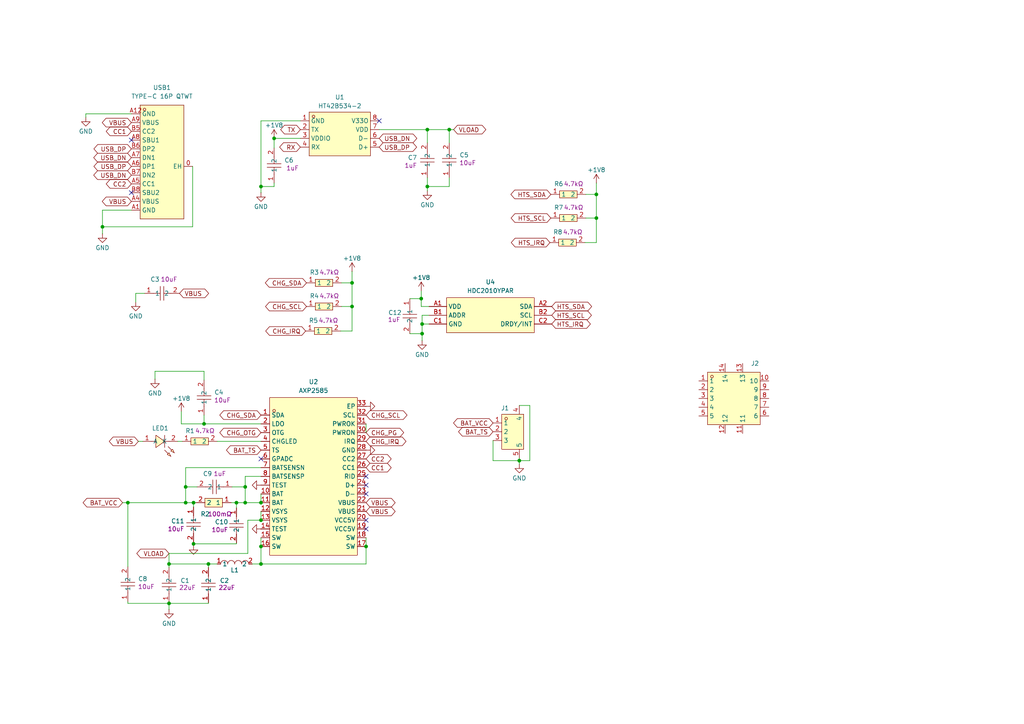
<source format=kicad_sch>
(kicad_sch (version 20250114) (generator "eeschema") (generator_version "9.0")
  (paper "A4")
  (title_block (title "USB companion board") (date "2025-06-10") (rev "01"))
  (lib_symbols
    (symbol "easyeda2kicad:AXP2585"
      (property "Reference" "U" (at 0 25.4 0))
      (property "Value" "AXP2585" (at 0 -25.4 0))
      (symbol "AXP2585_0_1"
        (rectangle (start -12.7 22.86) (end 12.7 -22.86) (fill (type background)))
        (circle (center -11.43 19.05) (radius 0.38))
        (pin unspecified line (at -15.24 17.78 0) (length 2.54) (name "SDA") (number "1"))
        (pin unspecified line (at -15.24 15.24 0) (length 2.54) (name "LDO") (number "2"))
        (pin unspecified line (at -15.24 12.7 0) (length 2.54) (name "OTG") (number "3"))
        (pin unspecified line (at -15.24 10.16 0) (length 2.54) (name "CHGLED") (number "4"))
        (pin unspecified line (at -15.24 7.62 0) (length 2.54) (name "TS") (number "5"))
        (pin unspecified line (at -15.24 5.08 0) (length 2.54) (name "GPADC") (number "6"))
        (pin unspecified line (at -15.24 2.54 0) (length 2.54) (name "BATSENSN") (number "7"))
        (pin unspecified line (at -15.24 0 0) (length 2.54) (name "BATSENSP") (number "8"))
        (pin unspecified line (at -15.24 -2.54 0) (length 2.54) (name "TEST") (number "9"))
        (pin unspecified line (at -15.24 -5.08 0) (length 2.54) (name "BAT") (number "10"))
        (pin unspecified line (at -15.24 -7.62 0) (length 2.54) (name "BAT") (number "11"))
        (pin unspecified line (at -15.24 -10.16 0) (length 2.54) (name "VSYS") (number "12"))
        (pin unspecified line (at -15.24 -12.7 0) (length 2.54) (name "VSYS") (number "13"))
        (pin unspecified line (at -15.24 -15.24 0) (length 2.54) (name "TEST") (number "14"))
        (pin unspecified line (at -15.24 -17.78 0) (length 2.54) (name "SW") (number "15"))
        (pin unspecified line (at -15.24 -20.32 0) (length 2.54) (name "SW") (number "16"))
        (pin unspecified line (at 15.24 20.32 180) (length 2.54) (name "EP") (number "33"))
        (pin unspecified line (at 15.24 17.78 180) (length 2.54) (name "SCL") (number "32"))
        (pin unspecified line (at 15.24 15.24 180) (length 2.54) (name "PWROK") (number "31"))
        (pin unspecified line (at 15.24 12.7 180) (length 2.54) (name "PWRON") (number "30"))
        (pin unspecified line (at 15.24 10.16 180) (length 2.54) (name "IRQ") (number "29"))
        (pin unspecified line (at 15.24 7.62 180) (length 2.54) (name "GND") (number "28"))
        (pin unspecified line (at 15.24 5.08 180) (length 2.54) (name "CC2") (number "27"))
        (pin unspecified line (at 15.24 2.54 180) (length 2.54) (name "CC1") (number "26"))
        (pin unspecified line (at 15.24 0 180) (length 2.54) (name "RID") (number "25"))
        (pin unspecified line (at 15.24 -2.54 180) (length 2.54) (name "D+") (number "24"))
        (pin unspecified line (at 15.24 -5.08 180) (length 2.54) (name "D-") (number "23"))
        (pin unspecified line (at 15.24 -7.62 180) (length 2.54) (name "VBUS") (number "22"))
        (pin unspecified line (at 15.24 -10.16 180) (length 2.54) (name "VBUS") (number "21"))
        (pin unspecified line (at 15.24 -12.7 180) (length 2.54) (name "VCC5V") (number "20"))
        (pin unspecified line (at 15.24 -15.24 180) (length 2.54) (name "VCC5V") (number "19"))
        (pin unspecified line (at 15.24 -17.78 180) (length 2.54) (name "SW") (number "18"))
        (pin unspecified line (at 15.24 -20.32 180) (length 2.54) (name "SW") (number "17"))
      )
    )
    (symbol "easyeda2kicad:BM28B0.6-10DP_2-0.35V(51)"
      (property "Reference" "CN" (at 0 15.24 0))
      (property "Value" "BM28B0.6-10DP/2-0.35V(51)" (at 0 -15.24 0))
      (symbol "BM28B0.6-10DP_2-0.35V(51)_0_1"
        (rectangle (start -7.62 7.62) (end 7.62 -7.62) (fill (type background)))
        (circle (center -6.35 6.35) (radius 0.38))
        (pin unspecified line (at -10.16 5.08 0) (length 2.54) (name "1") (number "1"))
        (pin unspecified line (at -10.16 2.54 0) (length 2.54) (name "2") (number "2"))
        (pin unspecified line (at -10.16 0 0) (length 2.54) (name "3") (number "3"))
        (pin unspecified line (at -10.16 -2.54 0) (length 2.54) (name "4") (number "4"))
        (pin unspecified line (at -10.16 -5.08 0) (length 2.54) (name "5") (number "5"))
        (pin unspecified line (at -2.54 10.16 270) (length 2.54) (name "14") (number "14"))
        (pin unspecified line (at -2.54 -10.16 90) (length 2.54) (name "12") (number "12"))
        (pin unspecified line (at 2.54 10.16 270) (length 2.54) (name "13") (number "13"))
        (pin unspecified line (at 2.54 -10.16 90) (length 2.54) (name "11") (number "11"))
        (pin unspecified line (at 10.16 5.08 180) (length 2.54) (name "10") (number "10"))
        (pin unspecified line (at 10.16 2.54 180) (length 2.54) (name "9") (number "9"))
        (pin unspecified line (at 10.16 0 180) (length 2.54) (name "8") (number "8"))
        (pin unspecified line (at 10.16 -2.54 180) (length 2.54) (name "7") (number "7"))
        (pin unspecified line (at 10.16 -5.08 180) (length 2.54) (name "6") (number "6"))
      )
    )
    (symbol "easyeda2kicad:CL05A106MP5NUNC_C315248"
      (property "Reference" "C" (at 0 5.08 0))
      (property "Value" "CL05A106MP5NUNC_C315248" (at 0 -5.08 0))
      (symbol "CL05A106MP5NUNC_C315248_0_1"
        (polyline (pts (xy -0.51 0) (xy -2.54 0)))
        (polyline (pts (xy -0.51 -2.03) (xy -0.51 2.03)))
        (polyline (pts (xy 0.51 2.03) (xy 0.51 -2.03)))
        (polyline (pts (xy 2.54 0) (xy 0.51 0)))
        (pin unspecified line (at -5.08 0 0) (length 2.54) (name "1") (number "1"))
        (pin unspecified line (at 5.08 0 180) (length 2.54) (name "2") (number "2"))
      )
    )
    (symbol "easyeda2kicad:FRM121WFR100TM"
      (property "Reference" "U" (at 0 5.08 0))
      (property "Value" "FRM121WFR100TM" (at 0 -5.08 0))
      (symbol "FRM121WFR100TM_0_1"
        (rectangle (start -2.54 1.27) (end 2.54 -1.27) (fill (type background)))
        (pin unspecified line (at -5.08 0 0) (length 2.54) (name "1") (number "1"))
        (pin unspecified line (at 5.08 0 180) (length 2.54) (name "2") (number "2"))
      )
    )
    (symbol "easyeda2kicad:FTC252012S1R0MBCD"
      (property "Reference" "U" (at 0 5.08 0))
      (property "Value" "FTC252012S1R0MBCD" (at 0 -5.08 0))
      (symbol "FTC252012S1R0MBCD_0_1"
        (arc (start -4.06 -0.01) (mid -2.83 0.99) (end -2.03 0.01))
        (arc (start -2.03 -0.01) (mid -0.8 0.99) (end 0 0.01))
        (arc (start 0 -0.01) (mid 1.23 0.99) (end 2.03 0.01))
        (arc (start 2.03 -0.01) (mid 3.26 0.99) (end 4.06 0.01))
        (pin unspecified line (at -5.08 0 0) (length 1.016) (name "1") (number "1"))
        (pin unspecified line (at 5.08 0 180) (length 1.016) (name "2") (number "2"))
      )
    )
    (symbol "easyeda2kicad:GRM155R60J226ME11D"
      (property "Reference" "C" (at 0 5.08 0))
      (property "Value" "GRM155R60J226ME11D" (at 0 -5.08 0))
      (symbol "GRM155R60J226ME11D_0_1"
        (polyline (pts (xy -0.51 0) (xy -2.54 0)))
        (polyline (pts (xy -0.51 -2.03) (xy -0.51 2.03)))
        (polyline (pts (xy 0.51 2.03) (xy 0.51 -2.03)))
        (polyline (pts (xy 2.54 0) (xy 0.51 0)))
        (pin unspecified line (at -5.08 0 0) (length 2.54) (name "1") (number "1"))
        (pin unspecified line (at 5.08 0 180) (length 2.54) (name "2") (number "2"))
      )
    )
    (symbol "easyeda2kicad:HC-1.0-3PWT"
      (property "Reference" "CN" (at 0 12.7 0))
      (property "Value" "HC-1.0-3PWT" (at 0 -12.7 0))
      (symbol "HC-1.0-3PWT_0_1"
        (rectangle (start -1.27 5.08) (end 5.08 -5.08) (fill (type background)))
        (circle (center 0 3.81) (radius 0.38))
        (pin unspecified line (at -3.81 2.54 0) (length 2.54) (name "1") (number "1"))
        (pin unspecified line (at -3.81 0 0) (length 2.54) (name "2") (number "2"))
        (pin unspecified line (at -3.81 -2.54 0) (length 2.54) (name "3") (number "3"))
        (pin unspecified line (at 3.81 7.62 270) (length 2.54) (name "4") (number "4"))
        (pin unspecified line (at 3.81 -7.62 90) (length 2.54) (name "5") (number "5"))
      )
    )
    (symbol "easyeda2kicad:HDC2010YPAR"
      (property "Reference" "U" (at 0 7.62 0))
      (property "Value" "HDC2010YPAR" (at 0 -7.62 0))
      (symbol "HDC2010YPAR_0_1"
        (rectangle (start -12.7 5.08) (end 12.7 -5.08) (fill (type background)))
        (pin unspecified line (at -17.78 2.54 0) (length 5.08) (name "VDD") (number "A1"))
        (pin unspecified line (at -17.78 0 0) (length 5.08) (name "ADDR") (number "B1"))
        (pin unspecified line (at -17.78 -2.54 0) (length 5.08) (name "GND") (number "C1"))
        (pin unspecified line (at 17.78 2.54 180) (length 5.08) (name "SDA") (number "A2"))
        (pin unspecified line (at 17.78 0 180) (length 5.08) (name "SCL") (number "B2"))
        (pin unspecified line (at 17.78 -2.54 180) (length 5.08) (name "DRDY/INT") (number "C2"))
      )
    )
    (symbol "easyeda2kicad:HT42B534-2"
      (property "Reference" "U" (at 0 8.89 0))
      (property "Value" "HT42B534-2" (at 0 -8.89 0))
      (symbol "HT42B534-2_0_1"
        (rectangle (start -8.89 6.35) (end 8.89 -6.35) (fill (type background)))
        (circle (center -7.62 5.08) (radius 0.38))
        (pin unspecified line (at -11.43 3.81 0) (length 2.54) (name "GND") (number "1"))
        (pin unspecified line (at -11.43 1.27 0) (length 2.54) (name "TX") (number "2"))
        (pin unspecified line (at -11.43 -1.27 0) (length 2.54) (name "VDDIO") (number "3"))
        (pin unspecified line (at -11.43 -3.81 0) (length 2.54) (name "RX") (number "4"))
        (pin unspecified line (at 11.43 3.81 180) (length 2.54) (name "V33O") (number "8"))
        (pin unspecified line (at 11.43 1.27 180) (length 2.54) (name "VDD") (number "7"))
        (pin unspecified line (at 11.43 -1.27 180) (length 2.54) (name "D-") (number "6"))
        (pin unspecified line (at 11.43 -3.81 180) (length 2.54) (name "D+") (number "5"))
      )
    )
    (symbol "easyeda2kicad:RC0402FR-074K7L"
      (property "Reference" "R" (at 0 5.08 0))
      (property "Value" "RC0402FR-074K7L" (at 0 -5.08 0))
      (symbol "RC0402FR-074K7L_0_1"
        (rectangle (start -2.54 1.02) (end 2.54 -1.02) (fill (type background)))
        (pin input line (at -5.08 0 0) (length 2.54) (name "1") (number "1"))
        (pin input line (at 5.08 0 180) (length 2.54) (name "2") (number "2"))
      )
    )
    (symbol "easyeda2kicad:TYPE-C16PQTWT"
      (property "Reference" "USB" (at 0 19.05 0))
      (property "Value" "TYPE-C 16P QTWT" (at 0 -19.05 0))
      (symbol "TYPE-C16PQTWT_0_1"
        (rectangle (start -6.35 16.51) (end 6.35 -16.51) (fill (type background)))
        (circle (center -5.08 15.24) (radius 0.38))
        (pin unspecified line (at -8.89 13.97 0) (length 2.54) (name "GND") (number "A12"))
        (pin unspecified line (at -8.89 11.43 0) (length 2.54) (name "VBUS") (number "A9"))
        (pin unspecified line (at -8.89 8.89 0) (length 2.54) (name "CC2") (number "B5"))
        (pin unspecified line (at -8.89 6.35 0) (length 2.54) (name "SBU1") (number "A8"))
        (pin unspecified line (at -8.89 3.81 0) (length 2.54) (name "DP2") (number "B6"))
        (pin unspecified line (at -8.89 1.27 0) (length 2.54) (name "DN1") (number "A7"))
        (pin unspecified line (at -8.89 -1.27 0) (length 2.54) (name "DP1") (number "A6"))
        (pin unspecified line (at -8.89 -3.81 0) (length 2.54) (name "DN2") (number "B7"))
        (pin unspecified line (at -8.89 -6.35 0) (length 2.54) (name "CC1") (number "A5"))
        (pin unspecified line (at -8.89 -8.89 0) (length 2.54) (name "SBU2") (number "B8"))
        (pin unspecified line (at -8.89 -11.43 0) (length 2.54) (name "VBUS") (number "A4"))
        (pin unspecified line (at -8.89 -13.97 0) (length 2.54) (name "GND") (number "A1"))
        (pin unspecified line (at 8.89 -1.27 180) (length 2.54) (name "EH") (number "0"))
      )
    )
    (symbol "easyeda2kicad:XL-0201SURC"
      (property "Reference" "U" (at 0 5.08 0))
      (property "Value" "XL-0201SURC" (at 0 -5.08 0))
      (symbol "XL-0201SURC_0_1"
        (polyline (pts (xy -4.06 3.3) (xy -3.05 2.79) (xy -3.56 2.29) (xy -4.06 3.3)) (fill (type background)))
        (polyline (pts (xy -3.05 4.32) (xy -2.03 3.81) (xy -2.54 3.3) (xy -3.05 4.32)) (fill (type background)))
        (polyline (pts (xy -2.29 1.52) (xy -3.3 2.54) (xy -2.29 1.52)) (fill (type background)))
        (polyline (pts (xy -1.27 2.54) (xy -2.29 3.56) (xy -1.27 2.54)) (fill (type background)))
        (polyline (pts (xy -1.27 1.78) (xy -1.27 -1.78)))
        (polyline (pts (xy -1.27 0) (xy -2.54 0)))
        (polyline (pts (xy 1.27 1.78) (xy -1.27 0) (xy 1.27 -1.78) (xy 1.27 1.78)) (fill (type background)))
        (polyline (pts (xy 2.54 0) (xy 1.27 0)))
        (pin unspecified line (at -5.08 0 0) (length 2.54) (name "K") (number "2"))
        (pin unspecified line (at 5.08 0 180) (length 2.54) (name "A") (number "1"))
      )
    )
    (symbol "power:+1V8" (power) (pin_numbers (hide yes)) (pin_names (offset 0) (hide yes))
      (property "Value" "+1V8" (at 0 3.556 0))
      (symbol "+1V8_0_1"
        (polyline (pts (xy -0.762 1.27) (xy 0 2.54)))
        (polyline (pts (xy 0 2.54) (xy 0.762 1.27)))
        (polyline (pts (xy 0 0) (xy 0 2.54)))
      )
      (symbol "+1V8_1_1"
        (pin power_in line (at 0 0 90) (length 0) (name "~") (number "1"))
      )
    )
    (symbol "power:GND" (power) (pin_numbers (hide yes)) (pin_names (offset 0) (hide yes))
      (property "Value" "GND" (at 0 -3.81 0))
      (symbol "GND_0_1"
        (polyline (pts (xy 0 0) (xy 0 -1.27) (xy 1.27 -1.27) (xy 0 -2.54) (xy -1.27 -1.27) (xy 0 -1.27)))
      )
      (symbol "GND_1_1"
        (pin power_in line (at 0 0 270) (length 0) (name "~") (number "1"))
      )
    )
  )
  (junction (at 102.108 82.042))
  (junction (at 130.302 37.592))
  (junction (at 60.452 163.576))
  (junction (at 75.692 150.876))
  (junction (at 49.022 163.576))
  (junction (at 79.502 40.132))
  (junction (at 56.134 145.796))
  (junction (at 29.718 65.786))
  (junction (at 106.172 158.496))
  (junction (at 68.58 145.796))
  (junction (at 59.182 122.936))
  (junction (at 75.692 54.102))
  (junction (at 75.692 145.796))
  (junction (at 71.12 145.796))
  (junction (at 37.084 145.796))
  (junction (at 49.022 175.006))
  (junction (at 172.974 63.246))
  (junction (at 102.108 88.9))
  (junction (at 75.692 163.576))
  (junction (at 75.692 158.496))
  (junction (at 56.134 157.734))
  (junction (at 150.622 133.604))
  (junction (at 123.952 37.592))
  (junction (at 123.952 54.102))
  (junction (at 122.428 96.774))
  (junction (at 172.974 56.388))
  (junction (at 53.848 141.224))
  (junction (at 122.174 86.614))
  (junction (at 53.848 145.796))
  (junction (at 122.428 93.98))
  (junction (at 71.12 141.224))
  (no_connect (at 106.172 143.256))
  (no_connect (at 109.982 35.052))
  (no_connect (at 38.1 55.88))
  (no_connect (at 106.172 138.176))
  (no_connect (at 38.1 40.64))
  (no_connect (at 75.692 133.096))
  (no_connect (at 106.172 150.876))
  (no_connect (at 106.172 153.416))
  (no_connect (at 106.172 140.716))
  (wire (pts (xy 75.692 35.052) (xy 75.692 54.102)))
  (wire (pts (xy 99.06 82.042) (xy 102.108 82.042)))
  (wire (pts (xy 123.952 54.102) (xy 123.952 55.372)))
  (wire (pts (xy 130.302 37.592) (xy 123.952 37.592)))
  (wire (pts (xy 51.562 128.016) (xy 52.832 128.016)))
  (wire (pts (xy 53.848 135.636) (xy 75.692 135.636)))
  (wire (pts (xy 122.174 88.9) (xy 124.46 88.9)))
  (wire (pts (xy 71.12 138.176) (xy 71.12 141.224)))
  (wire (pts (xy 123.952 54.102) (xy 130.302 54.102)))
  (wire (pts (xy 60.452 163.576) (xy 62.992 163.576)))
  (wire (pts (xy 29.718 65.786) (xy 55.88 65.786)))
  (wire (pts (xy 102.108 88.9) (xy 102.108 96.012)))
  (wire (pts (xy 37.084 145.796) (xy 37.084 164.338)))
  (wire (pts (xy 79.502 40.132) (xy 87.122 40.132)))
  (wire (pts (xy 52.578 122.936) (xy 59.182 122.936)))
  (wire (pts (xy 53.848 145.796) (xy 56.134 145.796)))
  (wire (pts (xy 29.718 60.96) (xy 29.718 65.786)))
  (wire (pts (xy 75.692 143.256) (xy 75.692 145.796)))
  (wire (pts (xy 67.31 141.224) (xy 71.12 141.224)))
  (wire (pts (xy 71.882 150.876) (xy 75.692 150.876)))
  (wire (pts (xy 60.452 163.576) (xy 60.452 164.592)))
  (wire (pts (xy 106.172 122.936) (xy 106.172 125.476)))
  (wire (pts (xy 56.134 157.734) (xy 56.134 158.242)))
  (wire (pts (xy 150.622 133.604) (xy 153.67 133.604)))
  (wire (pts (xy 53.848 141.224) (xy 53.848 145.796)))
  (wire (pts (xy 122.428 91.44) (xy 124.46 91.44)))
  (wire (pts (xy 106.172 158.496) (xy 106.172 163.576)))
  (wire (pts (xy 172.974 53.086) (xy 172.974 56.388)))
  (wire (pts (xy 75.692 163.576) (xy 106.172 163.576)))
  (wire (pts (xy 153.67 117.602) (xy 153.67 133.604)))
  (wire (pts (xy 56.134 157.734) (xy 68.58 157.734)))
  (wire (pts (xy 56.134 145.796) (xy 56.134 147.066)))
  (wire (pts (xy 122.428 96.774) (xy 122.428 98.806)))
  (wire (pts (xy 35.56 145.796) (xy 37.084 145.796)))
  (wire (pts (xy 150.622 117.602) (xy 153.67 117.602)))
  (wire (pts (xy 122.174 84.328) (xy 122.174 86.614)))
  (wire (pts (xy 59.182 120.396) (xy 59.182 122.936)))
  (wire (pts (xy 75.692 158.496) (xy 75.692 163.576)))
  (wire (pts (xy 39.37 85.09) (xy 41.91 85.09)))
  (wire (pts (xy 75.692 148.336) (xy 75.692 150.876)))
  (wire (pts (xy 24.892 33.02) (xy 24.892 34.036)))
  (wire (pts (xy 52.578 122.936) (xy 52.578 119.38)))
  (wire (pts (xy 79.502 53.086) (xy 79.502 54.102)))
  (wire (pts (xy 131.572 37.592) (xy 130.302 37.592)))
  (wire (pts (xy 102.108 78.74) (xy 102.108 82.042)))
  (wire (pts (xy 56.134 145.796) (xy 56.896 145.796)))
  (wire (pts (xy 123.952 37.592) (xy 123.952 41.402)))
  (wire (pts (xy 169.926 63.246) (xy 172.974 63.246)))
  (wire (pts (xy 44.958 107.696) (xy 44.958 109.982)))
  (wire (pts (xy 75.692 54.102) (xy 75.692 55.88)))
  (wire (pts (xy 73.152 163.576) (xy 75.692 163.576)))
  (wire (pts (xy 60.452 174.752) (xy 60.452 175.006)))
  (wire (pts (xy 169.926 56.388) (xy 172.974 56.388)))
  (wire (pts (xy 102.108 82.042) (xy 102.108 88.9)))
  (wire (pts (xy 44.958 107.696) (xy 59.182 107.696)))
  (wire (pts (xy 37.084 174.498) (xy 37.084 175.006)))
  (wire (pts (xy 68.58 145.796) (xy 71.12 145.796)))
  (wire (pts (xy 49.022 163.576) (xy 60.452 163.576)))
  (wire (pts (xy 55.88 48.26) (xy 55.88 65.786)))
  (wire (pts (xy 71.12 145.796) (xy 75.692 145.796)))
  (wire (pts (xy 53.848 141.224) (xy 57.15 141.224)))
  (wire (pts (xy 68.58 157.734) (xy 68.58 157.48)))
  (wire (pts (xy 172.974 56.388) (xy 172.974 63.246)))
  (wire (pts (xy 59.182 107.696) (xy 59.182 110.236)))
  (wire (pts (xy 29.718 60.96) (xy 38.1 60.96)))
  (wire (pts (xy 59.182 122.936) (xy 75.692 122.936)))
  (wire (pts (xy 29.718 65.786) (xy 29.718 67.818)))
  (wire (pts (xy 122.428 93.98) (xy 122.428 96.774)))
  (wire (pts (xy 172.974 63.246) (xy 172.974 70.358)))
  (wire (pts (xy 122.428 91.44) (xy 122.428 93.98)))
  (wire (pts (xy 37.084 145.796) (xy 53.848 145.796)))
  (wire (pts (xy 75.692 155.956) (xy 75.692 158.496)))
  (wire (pts (xy 143.002 133.604) (xy 150.622 133.604)))
  (wire (pts (xy 130.302 37.592) (xy 130.302 41.402)))
  (wire (pts (xy 169.672 70.358) (xy 172.974 70.358)))
  (wire (pts (xy 40.132 128.016) (xy 41.402 128.016)))
  (wire (pts (xy 106.172 155.956) (xy 106.172 158.496)))
  (wire (pts (xy 49.022 160.528) (xy 49.022 163.576)))
  (wire (pts (xy 150.622 134.62) (xy 150.622 133.604)))
  (wire (pts (xy 123.952 51.562) (xy 123.952 54.102)))
  (wire (pts (xy 37.084 175.006) (xy 49.022 175.006)))
  (wire (pts (xy 150.622 132.842) (xy 150.622 133.604)))
  (wire (pts (xy 122.174 86.614) (xy 122.174 88.9)))
  (wire (pts (xy 49.022 175.006) (xy 60.452 175.006)))
  (wire (pts (xy 67.056 145.796) (xy 68.58 145.796)))
  (wire (pts (xy 68.58 145.796) (xy 68.58 147.32)))
  (wire (pts (xy 39.37 85.09) (xy 39.37 87.63)))
  (wire (pts (xy 53.848 135.636) (xy 53.848 141.224)))
  (wire (pts (xy 130.302 51.562) (xy 130.302 54.102)))
  (wire (pts (xy 56.134 157.226) (xy 56.134 157.734)))
  (wire (pts (xy 118.872 86.614) (xy 122.174 86.614)))
  (wire (pts (xy 99.06 88.9) (xy 102.108 88.9)))
  (wire (pts (xy 49.022 176.784) (xy 49.022 175.006)))
  (wire (pts (xy 143.002 127.762) (xy 143.002 133.604)))
  (wire (pts (xy 71.12 138.176) (xy 75.692 138.176)))
  (wire (pts (xy 49.022 163.576) (xy 49.022 164.592)))
  (wire (pts (xy 123.952 37.592) (xy 109.982 37.592)))
  (wire (pts (xy 24.892 33.02) (xy 38.1 33.02)))
  (wire (pts (xy 79.502 40.132) (xy 79.502 42.926)))
  (wire (pts (xy 118.872 96.774) (xy 122.428 96.774)))
  (wire (pts (xy 98.806 96.012) (xy 102.108 96.012)))
  (wire (pts (xy 71.882 150.876) (xy 71.882 160.528)))
  (wire (pts (xy 49.022 174.752) (xy 49.022 175.006)))
  (wire (pts (xy 71.12 141.224) (xy 71.12 145.796)))
  (wire (pts (xy 122.428 93.98) (xy 124.46 93.98)))
  (wire (pts (xy 75.692 54.102) (xy 79.502 54.102)))
  (wire (pts (xy 62.992 128.016) (xy 75.692 128.016)))
  (wire (pts (xy 49.022 160.528) (xy 71.882 160.528)))
  (wire (pts (xy 75.692 35.052) (xy 87.122 35.052)))
  (global_label "CC1" (shape bidirectional) (at 38.1 38.1 180) (property "Intersheetrefs" "${INTERSHEET_REFS}" (effects (hide yes))))
  (global_label "CHG_OTG" (shape bidirectional) (at 75.692 125.476 180) (property "Intersheetrefs" "${INTERSHEET_REFS}" (effects (hide yes))))
  (global_label "USB_DN" (shape bidirectional) (at 38.1 50.8 180) (property "Intersheetrefs" "${INTERSHEET_REFS}" (effects (hide yes))))
  (global_label "VLOAD" (shape bidirectional) (at 131.572 37.592 0) (property "Intersheetrefs" "${INTERSHEET_REFS}" (effects (hide yes))))
  (global_label "BAT_VCC" (shape bidirectional) (at 143.002 122.682 180) (property "Intersheetrefs" "${INTERSHEET_REFS}" (effects (hide yes))))
  (global_label "HTS_IRQ" (shape bidirectional) (at 159.512 70.358 180) (property "Intersheetrefs" "${INTERSHEET_REFS}" (effects (hide yes))))
  (global_label "HTS_SDA" (shape bidirectional) (at 160.02 88.9 0) (property "Intersheetrefs" "${INTERSHEET_REFS}" (effects (hide yes))))
  (global_label "USB_DN" (shape bidirectional) (at 109.982 40.132 0) (property "Intersheetrefs" "${INTERSHEET_REFS}" (effects (hide yes))))
  (global_label "VBUS" (shape bidirectional) (at 52.07 85.09 0) (property "Intersheetrefs" "${INTERSHEET_REFS}" (effects (hide yes))))
  (global_label "VBUS" (shape bidirectional) (at 40.132 128.016 180) (property "Intersheetrefs" "${INTERSHEET_REFS}" (effects (hide yes))))
  (global_label "USB_DP" (shape bidirectional) (at 38.1 48.26 180) (property "Intersheetrefs" "${INTERSHEET_REFS}" (effects (hide yes))))
  (global_label "HTS_IRQ" (shape bidirectional) (at 160.02 93.98 0) (property "Intersheetrefs" "${INTERSHEET_REFS}" (effects (hide yes))))
  (global_label "USB_DP" (shape bidirectional) (at 38.1 43.18 180) (property "Intersheetrefs" "${INTERSHEET_REFS}" (effects (hide yes))))
  (global_label "TX" (shape bidirectional) (at 87.122 37.592 180) (property "Intersheetrefs" "${INTERSHEET_REFS}" (effects (hide yes))))
  (global_label "USB_DP" (shape bidirectional) (at 109.982 42.672 0) (property "Intersheetrefs" "${INTERSHEET_REFS}" (effects (hide yes))))
  (global_label "CHG_SCL" (shape bidirectional) (at 106.172 120.396 0) (property "Intersheetrefs" "${INTERSHEET_REFS}" (effects (hide yes))))
  (global_label "CC1" (shape bidirectional) (at 106.172 135.636 0) (property "Intersheetrefs" "${INTERSHEET_REFS}" (effects (hide yes))))
  (global_label "CC2" (shape bidirectional) (at 106.172 133.096 0) (property "Intersheetrefs" "${INTERSHEET_REFS}" (effects (hide yes))))
  (global_label "VBUS" (shape bidirectional) (at 106.172 148.336 0) (property "Intersheetrefs" "${INTERSHEET_REFS}" (effects (hide yes))))
  (global_label "BAT_TS" (shape bidirectional) (at 75.692 130.556 180) (property "Intersheetrefs" "${INTERSHEET_REFS}" (effects (hide yes))))
  (global_label "HTS_SCL" (shape bidirectional) (at 159.766 63.246 180) (property "Intersheetrefs" "${INTERSHEET_REFS}" (effects (hide yes))))
  (global_label "CHG_PG" (shape bidirectional) (at 106.172 125.476 0) (property "Intersheetrefs" "${INTERSHEET_REFS}" (effects (hide yes))))
  (global_label "CHG_SDA" (shape bidirectional) (at 88.9 82.042 180) (property "Intersheetrefs" "${INTERSHEET_REFS}" (effects (hide yes))))
  (global_label "BAT_VCC" (shape bidirectional) (at 35.56 145.796 180) (property "Intersheetrefs" "${INTERSHEET_REFS}" (effects (hide yes))))
  (global_label "CHG_IRQ" (shape bidirectional) (at 88.646 96.012 180) (property "Intersheetrefs" "${INTERSHEET_REFS}" (effects (hide yes))))
  (global_label "CHG_IRQ" (shape bidirectional) (at 106.172 128.016 0) (property "Intersheetrefs" "${INTERSHEET_REFS}" (effects (hide yes))))
  (global_label "VBUS" (shape bidirectional) (at 106.172 145.796 0) (property "Intersheetrefs" "${INTERSHEET_REFS}" (effects (hide yes))))
  (global_label "HTS_SCL" (shape bidirectional) (at 160.02 91.44 0) (property "Intersheetrefs" "${INTERSHEET_REFS}" (effects (hide yes))))
  (global_label "RX" (shape bidirectional) (at 87.122 42.672 180) (property "Intersheetrefs" "${INTERSHEET_REFS}" (effects (hide yes))))
  (global_label "HTS_SDA" (shape bidirectional) (at 159.766 56.388 180) (property "Intersheetrefs" "${INTERSHEET_REFS}" (effects (hide yes))))
  (global_label "VLOAD" (shape bidirectional) (at 49.022 160.528 180) (property "Intersheetrefs" "${INTERSHEET_REFS}" (effects (hide yes))))
  (global_label "BAT_TS" (shape bidirectional) (at 143.002 125.222 180) (property "Intersheetrefs" "${INTERSHEET_REFS}" (effects (hide yes))))
  (global_label "CC2" (shape bidirectional) (at 38.1 53.34 180) (property "Intersheetrefs" "${INTERSHEET_REFS}" (effects (hide yes))))
  (global_label "USB_DN" (shape bidirectional) (at 38.1 45.72 180) (property "Intersheetrefs" "${INTERSHEET_REFS}" (effects (hide yes))))
  (global_label "VBUS" (shape bidirectional) (at 38.1 35.56 180) (property "Intersheetrefs" "${INTERSHEET_REFS}" (effects (hide yes))))
  (global_label "VBUS" (shape bidirectional) (at 38.1 58.42 180) (property "Intersheetrefs" "${INTERSHEET_REFS}" (effects (hide yes))))
  (global_label "CHG_SDA" (shape bidirectional) (at 75.692 120.396 180) (property "Intersheetrefs" "${INTERSHEET_REFS}" (effects (hide yes))))
  (global_label "CHG_SCL" (shape bidirectional) (at 88.9 88.9 180) (property "Intersheetrefs" "${INTERSHEET_REFS}" (effects (hide yes))))
  (symbol (lib_id "easyeda2kicad:CL05A106MP5NUNC_C315248") (at 68.58 152.4 270) (unit 1)
    (property "Reference" "C10" (at 64.262 151.384 90))
    (property "Value" "CL05A106MP5NUNC_C315248" (effects (hide yes)))
    (property "Footprint" "easyeda2kicad:C0402" (effects (hide yes)))
    (property "Datasheet" "https://lcsc.com" (effects (hide yes)))
    (property "Description" "10uF" (at 63.754 153.67 90))
    (property "LCSC Part" "C315248" (effects (hide yes)))
  )
  (symbol (lib_id "power:+1V8") (at 52.578 119.38 0) (unit 1)
    (property "Reference" "#PWR010" (effects (hide yes)))
    (property "Value" "+1V8" (at 52.578 115.57 0))
    (property "Description" "Power symbol creates a global label with name \"+1V8\"" (effects (hide yes)))
  )
  (symbol (lib_id "easyeda2kicad:RC0402FR-074K7L") (at 164.592 70.358 0) (unit 1)
    (property "Reference" "R8" (at 161.798 67.31 0))
    (property "Value" "CRCW02014K70FKED" (effects (hide yes)))
    (property "Footprint" "Resistor_SMD:R_0201_0603Metric" (effects (hide yes)))
    (property "Description" "4.7kΩ" (at 166.116 67.31 0))
    (property "LCSC Part" "C3000902" (effects (hide yes)))
  )
  (symbol (lib_id "easyeda2kicad:HC-1.0-3PWT") (at 146.812 125.222 0) (unit 1)
    (property "Reference" "J1" (at 145.288 118.364 0) (effects (justify left)))
    (property "Value" "HC-1.0-3PWT" (effects (hide yes)))
    (property "Footprint" "easyeda2kicad:CONN-SMD_3P-P1.0-HC-1.0-3PWT" (effects (hide yes)))
    (property "LCSC Part" "C2845362" (effects (hide yes)))
  )
  (symbol (lib_id "easyeda2kicad:XL-0201SURC") (at 46.482 128.016 180) (unit 1)
    (property "Reference" "LED1" (at 46.482 124.206 0))
    (property "Value" "XL-0201SURC" (effects (hide yes)))
    (property "Footprint" "easyeda2kicad:LED-SMD_L0.65-W0.35-P0.41_XL-0201SURC" (effects (hide yes)))
    (property "LCSC Part" "C3646923" (effects (hide yes)))
  )
  (symbol (lib_id "easyeda2kicad:CL05A106MP5NUNC_C315248") (at 118.872 91.694 270) (unit 1)
    (property "Reference" "C12" (at 114.554 90.678 90))
    (property "Value" "CL03A105MQ3CSNH" (effects (hide yes)))
    (property "Footprint" "Capacitor_SMD:C_0201_0603Metric" (effects (hide yes)))
    (property "Datasheet" "https://lcsc.com" (effects (hide yes)))
    (property "Description" "1uF" (at 114.3 92.71 90))
    (property "LCSC Part" "C53067" (effects (hide yes)))
  )
  (symbol (lib_id "power:GND") (at 123.952 55.372 0) (unit 1)
    (property "Reference" "#PWR013" (effects (hide yes)))
    (property "Value" "GND" (at 123.952 59.436 0))
    (property "Description" "Power symbol creates a global label with name \"GND\" , ground" (effects (hide yes)))
  )
  (symbol (lib_id "power:GND") (at 75.692 140.716 270) (unit 1)
    (property "Reference" "#PWR04" (effects (hide yes)))
    (property "Value" "GND" (effects (hide yes)))
    (property "Description" "Power symbol creates a global label with name \"GND\" , ground" (effects (hide yes)))
  )
  (symbol (lib_id "easyeda2kicad:BM28B0.6-10DP_2-0.35V(51)") (at 212.852 115.57 0) (unit 1)
    (property "Reference" "J2" (at 217.7812 105.41 0) (effects (justify left)))
    (property "Value" "BM28B0.6-10DP/2-0.35V(51)" (effects (hide yes)))
    (property "Footprint" "easyeda2kicad:CONN-SMD_BM28B0.6-10DP-2-0.35V-51" (effects (hide yes)))
    (property "LCSC Part" "C424562" (effects (hide yes)))
  )
  (symbol (lib_id "easyeda2kicad:CL05A106MP5NUNC_C315248") (at 123.952 46.482 90) (unit 1)
    (property "Reference" "C7" (at 119.634 45.72 90))
    (property "Value" "CL03A105MQ3CSNH" (effects (hide yes)))
    (property "Footprint" "Capacitor_SMD:C_0201_0603Metric" (effects (hide yes)))
    (property "Datasheet" "https://lcsc.com" (effects (hide yes)))
    (property "Description" "1uF" (at 119.126 48.006 90))
    (property "LCSC Part" "C53067" (effects (hide yes)))
  )
  (symbol (lib_id "power:GND") (at 122.428 98.806 0) (unit 1)
    (property "Reference" "#PWR017" (effects (hide yes)))
    (property "Value" "GND" (at 122.428 102.87 0))
    (property "Description" "Power symbol creates a global label with name \"GND\" , ground" (effects (hide yes)))
  )
  (symbol (lib_id "power:GND") (at 24.892 34.036 0) (mirror y) (unit 1)
    (property "Reference" "#PWR02" (effects (hide yes)))
    (property "Value" "GND" (at 24.892 38.1 0))
    (property "Description" "Power symbol creates a global label with name \"GND\" , ground" (effects (hide yes)))
  )
  (symbol (lib_id "power:+1V8") (at 172.974 53.086 0) (unit 1)
    (property "Reference" "#PWR019" (effects (hide yes)))
    (property "Value" "+1V8" (at 172.974 49.276 0))
    (property "Description" "Power symbol creates a global label with name \"+1V8\"" (effects (hide yes)))
  )
  (symbol (lib_id "easyeda2kicad:RC0402FR-074K7L") (at 93.726 96.012 0) (unit 1)
    (property "Reference" "R5" (at 90.932 92.964 0))
    (property "Value" "CRCW02014K70FKED" (effects (hide yes)))
    (property "Footprint" "Resistor_SMD:R_0201_0603Metric" (effects (hide yes)))
    (property "Description" "4.7kΩ" (at 95.25 92.964 0))
    (property "LCSC Part" "C3000902" (effects (hide yes)))
  )
  (symbol (lib_id "easyeda2kicad:HT42B534-2") (at 98.552 38.862 0) (unit 1)
    (property "Reference" "U1" (at 98.552 28.194 0))
    (property "Value" "HT42B534-2" (at 98.552 30.734 0))
    (property "Footprint" "easyeda2kicad:SOP-8_L4.9-W3.9-P1.27-LS6.0-BL" (effects (hide yes)))
    (property "Datasheet" "https://www.holtek.com/webapi/116711/HT42B534-xv120.pdf" (effects (hide yes)))
    (property "LCSC Part" "C493294" (effects (hide yes)))
  )
  (symbol (lib_id "easyeda2kicad:FRM121WFR100TM") (at 61.976 145.796 180) (unit 1)
    (property "Reference" "R2" (at 58.166 149.098 0) (effects (justify right)))
    (property "Value" "FRM121WFR100TM" (effects (hide yes)))
    (property "Footprint" "easyeda2kicad:R1206" (effects (hide yes)))
    (property "Description" "100mΩ" (at 63.754 149.098 0))
    (property "LCSC Part" "C7467250" (effects (hide yes)))
  )
  (symbol (lib_id "power:+1V8") (at 79.502 40.132 0) (unit 1)
    (property "Reference" "#PWR011" (effects (hide yes)))
    (property "Value" "+1V8" (at 79.502 36.322 0))
    (property "Description" "Power symbol creates a global label with name \"+1V8\"" (effects (hide yes)))
  )
  (symbol (lib_id "easyeda2kicad:FTC252012S1R0MBCD") (at 68.072 163.576 0) (unit 1)
    (property "Reference" "L1" (at 68.072 165.354 0))
    (property "Value" "FTC252012S1R0MBCD" (effects (hide yes)))
    (property "Footprint" "easyeda2kicad:L1008" (effects (hide yes)))
    (property "LCSC Part" "C22400405" (effects (hide yes)))
  )
  (symbol (lib_id "easyeda2kicad:RC0402FR-074K7L") (at 57.912 128.016 0) (unit 1)
    (property "Reference" "R1" (at 55.118 124.968 0))
    (property "Value" "CRCW02014K70FKED" (effects (hide yes)))
    (property "Footprint" "Resistor_SMD:R_0201_0603Metric" (effects (hide yes)))
    (property "Description" "4.7kΩ" (at 59.436 124.968 0))
    (property "LCSC Part" "C3000902" (effects (hide yes)))
  )
  (symbol (lib_id "power:GND") (at 44.958 109.982 0) (unit 1)
    (property "Reference" "#PWR09" (effects (hide yes)))
    (property "Value" "GND" (at 44.958 114.046 0))
    (property "Description" "Power symbol creates a global label with name \"GND\" , ground" (effects (hide yes)))
  )
  (symbol (lib_id "easyeda2kicad:TYPE-C16PQTWT") (at 46.99 46.99 0) (unit 1)
    (property "Reference" "USB1" (at 46.99 25.4 0))
    (property "Value" "TYPE-C 16P QTWT" (at 46.99 27.94 0))
    (property "Footprint" "easyeda2kicad:USB-TYPE-C-SMD_TYPE-C-16P-QTWT" (effects (hide yes)))
    (property "LCSC Part" "C5187472" (effects (hide yes)))
  )
  (symbol (lib_id "power:GND") (at 75.692 153.416 270) (unit 1)
    (property "Reference" "#PWR03" (effects (hide yes)))
    (property "Value" "GND" (effects (hide yes)))
    (property "Description" "Power symbol creates a global label with name \"GND\" , ground" (effects (hide yes)))
  )
  (symbol (lib_id "easyeda2kicad:CL05A106MP5NUNC_C315248") (at 56.134 152.146 270) (unit 1)
    (property "Reference" "C11" (at 51.562 151.13 90))
    (property "Value" "CL05A106MP5NUNC_C315248" (effects (hide yes)))
    (property "Footprint" "easyeda2kicad:C0402" (effects (hide yes)))
    (property "Datasheet" "https://lcsc.com" (effects (hide yes)))
    (property "Description" "10uF" (at 51.054 153.416 90))
    (property "LCSC Part" "C315248" (effects (hide yes)))
  )
  (symbol (lib_id "easyeda2kicad:RC0402FR-074K7L") (at 93.98 88.9 0) (unit 1)
    (property "Reference" "R4" (at 91.186 85.852 0))
    (property "Value" "CRCW02014K70FKED" (effects (hide yes)))
    (property "Footprint" "Resistor_SMD:R_0201_0603Metric" (effects (hide yes)))
    (property "Description" "4.7kΩ" (at 95.504 85.852 0))
    (property "LCSC Part" "C3000902" (effects (hide yes)))
  )
  (symbol (lib_id "power:+1V8") (at 122.174 84.328 0) (mirror y) (unit 1)
    (property "Reference" "#PWR018" (effects (hide yes)))
    (property "Value" "+1V8" (at 122.174 80.518 0))
    (property "Description" "Power symbol creates a global label with name \"+1V8\"" (effects (hide yes)))
  )
  (symbol (lib_id "easyeda2kicad:RC0402FR-074K7L") (at 93.98 82.042 0) (unit 1)
    (property "Reference" "R3" (at 91.186 78.994 0))
    (property "Value" "CRCW02014K70FKED" (effects (hide yes)))
    (property "Footprint" "Resistor_SMD:R_0201_0603Metric" (effects (hide yes)))
    (property "Description" "4.7kΩ" (at 95.504 78.994 0))
    (property "LCSC Part" "C3000902" (effects (hide yes)))
  )
  (symbol (lib_id "easyeda2kicad:CL05A106MP5NUNC_C315248") (at 37.084 169.418 90) (unit 1)
    (property "Reference" "C8" (at 41.402 167.894 90))
    (property "Value" "CL05A106MP5NUNC_C315248" (effects (hide yes)))
    (property "Footprint" "easyeda2kicad:C0402" (effects (hide yes)))
    (property "Datasheet" "https://lcsc.com" (effects (hide yes)))
    (property "Description" "10uF" (at 42.418 170.18 90))
    (property "LCSC Part" "C315248" (effects (hide yes)))
  )
  (symbol (lib_id "easyeda2kicad:CL05A106MP5NUNC_C315248") (at 130.302 46.482 90) (unit 1)
    (property "Reference" "C5" (at 134.62 44.958 90))
    (property "Value" "CL05A106MP5NUNC_C315248" (effects (hide yes)))
    (property "Footprint" "easyeda2kicad:C0402" (effects (hide yes)))
    (property "Datasheet" "https://lcsc.com" (effects (hide yes)))
    (property "Description" "10uF" (at 135.636 47.244 90))
    (property "LCSC Part" "C315248" (effects (hide yes)))
  )
  (symbol (lib_id "easyeda2kicad:HDC2010YPAR") (at 142.24 91.44 0) (unit 1)
    (property "Reference" "U4" (at 142.24 81.788 0))
    (property "Value" "HDC2010YPAR" (at 142.24 84.328 0))
    (property "Footprint" "easyeda2kicad:DSBGA-6_L1.5-W1.5-P0.50-BL" (effects (hide yes)))
    (property "Datasheet" "https://lcsc.com/product-detail/Temperature-Humidity-Sensors_Texas-Instruments-Texas-Instruments-HDC2010YPAR_C477922.html" (effects (hide yes)))
    (property "LCSC Part" "C477922" (effects (hide yes)))
  )
  (symbol (lib_id "power:GND") (at 106.172 117.856 90) (unit 1)
    (property "Reference" "#PWR06" (effects (hide yes)))
    (property "Value" "GND" (effects (hide yes)))
    (property "Description" "Power symbol creates a global label with name \"GND\" , ground" (effects (hide yes)))
  )
  (symbol (lib_id "easyeda2kicad:GRM155R60J226ME11D") (at 60.452 169.672 90) (unit 1)
    (property "Reference" "C2" (at 63.754 168.402 90) (effects (justify right)))
    (property "Value" "GRM155R60J226ME11D" (effects (hide yes)))
    (property "Footprint" "easyeda2kicad:C0402" (effects (hide yes)))
    (property "Datasheet" "https://lcsc.com/product-detail/Multilayer-Ceramic-Capacitors-MLCC-SMD-SMT_Murata-Electronics-GRM155R60J226ME11D_C415703.html" (effects (hide yes)))
    (property "Description" "22uF" (at 65.786 170.434 90))
    (property "LCSC Part" "C415703" (effects (hide yes)))
  )
  (symbol (lib_id "power:GND") (at 39.37 87.63 0) (unit 1)
    (property "Reference" "#PWR08" (effects (hide yes)))
    (property "Value" "GND" (at 39.37 91.694 0))
    (property "Description" "Power symbol creates a global label with name \"GND\" , ground" (effects (hide yes)))
  )
  (symbol (lib_id "power:+1V8") (at 102.108 78.74 0) (unit 1)
    (property "Reference" "#PWR015" (effects (hide yes)))
    (property "Value" "+1V8" (at 102.108 74.93 0))
    (property "Description" "Power symbol creates a global label with name \"+1V8\"" (effects (hide yes)))
  )
  (symbol (lib_id "easyeda2kicad:CL05A106MP5NUNC_C315248") (at 59.182 115.316 90) (unit 1)
    (property "Reference" "C4" (at 63.5 113.792 90))
    (property "Value" "CL05A106MP5NUNC_C315248" (effects (hide yes)))
    (property "Footprint" "easyeda2kicad:C0402" (effects (hide yes)))
    (property "Datasheet" "https://lcsc.com" (effects (hide yes)))
    (property "Description" "10uF" (at 64.516 116.078 90))
    (property "LCSC Part" "C315248" (effects (hide yes)))
  )
  (symbol (lib_id "easyeda2kicad:AXP2585") (at 90.932 138.176 0) (unit 1)
    (property "Reference" "U2" (at 90.932 110.744 0))
    (property "Value" "AXP2585" (at 90.932 113.284 0))
    (property "Footprint" "easyeda2kicad:QFN-32_L5.0-W5.0-P0.40-TL-EP2.9" (effects (hide yes)))
    (property "Datasheet" "https://bbs.aw-ol.com/assets/uploads/files/1650363815445-axp2585-datasheet-v1.2.pdf" (effects (hide yes)))
    (property "LCSC Part" "C20199912" (effects (hide yes)))
  )
  (symbol (lib_id "easyeda2kicad:RC0402FR-074K7L") (at 164.846 63.246 0) (unit 1)
    (property "Reference" "R7" (at 162.052 60.198 0))
    (property "Value" "CRCW02014K70FKED" (effects (hide yes)))
    (property "Footprint" "Resistor_SMD:R_0201_0603Metric" (effects (hide yes)))
    (property "Description" "4.7kΩ" (at 166.37 60.198 0))
    (property "LCSC Part" "C3000902" (effects (hide yes)))
  )
  (symbol (lib_id "power:GND") (at 29.718 67.818 0) (unit 1)
    (property "Reference" "#PWR01" (effects (hide yes)))
    (property "Value" "GND" (at 29.718 71.882 0))
    (property "Description" "Power symbol creates a global label with name \"GND\" , ground" (effects (hide yes)))
  )
  (symbol (lib_id "power:GND") (at 75.692 55.88 0) (unit 1)
    (property "Reference" "#PWR012" (effects (hide yes)))
    (property "Value" "GND" (at 75.692 59.944 0))
    (property "Description" "Power symbol creates a global label with name \"GND\" , ground" (effects (hide yes)))
  )
  (symbol (lib_id "easyeda2kicad:CL05A106MP5NUNC_C315248") (at 62.23 141.224 180) (unit 1)
    (property "Reference" "C9" (at 60.198 137.414 0))
    (property "Value" "CL03A105MQ3CSNH" (effects (hide yes)))
    (property "Footprint" "Capacitor_SMD:C_0201_0603Metric" (effects (hide yes)))
    (property "Datasheet" "https://lcsc.com" (effects (hide yes)))
    (property "Description" "1uF" (at 63.754 137.414 0))
    (property "LCSC Part" "C53067" (effects (hide yes)))
  )
  (symbol (lib_id "easyeda2kicad:CL05A106MP5NUNC_C315248") (at 79.502 48.006 90) (unit 1)
    (property "Reference" "C6" (at 83.82 46.482 90))
    (property "Value" "CL03A105MQ3CSNH" (effects (hide yes)))
    (property "Footprint" "Capacitor_SMD:C_0201_0603Metric" (effects (hide yes)))
    (property "Datasheet" "https://lcsc.com" (effects (hide yes)))
    (property "Description" "1uF" (at 84.836 48.768 90))
    (property "LCSC Part" "C53067" (effects (hide yes)))
  )
  (symbol (lib_id "power:GND") (at 49.022 176.784 0) (unit 1)
    (property "Reference" "#PWR07" (effects (hide yes)))
    (property "Value" "GND" (at 49.022 180.848 0))
    (property "Description" "Power symbol creates a global label with name \"GND\" , ground" (effects (hide yes)))
  )
  (symbol (lib_id "easyeda2kicad:GRM155R60J226ME11D") (at 49.022 169.672 90) (unit 1)
    (property "Reference" "C1" (at 52.324 168.402 90) (effects (justify right)))
    (property "Value" "GRM155R60J226ME11D" (effects (hide yes)))
    (property "Footprint" "easyeda2kicad:C0402" (effects (hide yes)))
    (property "Datasheet" "https://lcsc.com/product-detail/Multilayer-Ceramic-Capacitors-MLCC-SMD-SMT_Murata-Electronics-GRM155R60J226ME11D_C415703.html" (effects (hide yes)))
    (property "Description" "22uF" (at 54.356 170.434 90))
    (property "LCSC Part" "C415703" (effects (hide yes)))
  )
  (symbol (lib_id "power:GND") (at 106.172 130.556 90) (unit 1)
    (property "Reference" "#PWR05" (effects (hide yes)))
    (property "Value" "GND" (effects (hide yes)))
    (property "Description" "Power symbol creates a global label with name \"GND\" , ground" (effects (hide yes)))
  )
  (symbol (lib_id "easyeda2kicad:CL05A106MP5NUNC_C315248") (at 46.99 85.09 0) (unit 1)
    (property "Reference" "C3" (at 44.958 81.026 0))
    (property "Value" "CL05A106MP5NUNC_C315248" (effects (hide yes)))
    (property "Footprint" "easyeda2kicad:C0402" (effects (hide yes)))
    (property "Datasheet" "https://lcsc.com" (effects (hide yes)))
    (property "Description" "10uF" (at 49.022 81.026 0))
    (property "LCSC Part" "C315248" (effects (hide yes)))
  )
  (symbol (lib_id "power:GND") (at 150.622 134.62 0) (unit 1)
    (property "Reference" "#PWR016" (effects (hide yes)))
    (property "Value" "GND" (at 150.622 138.684 0))
    (property "Description" "Power symbol creates a global label with name \"GND\" , ground" (effects (hide yes)))
  )
  (symbol (lib_id "power:GND") (at 56.134 158.242 0) (unit 1)
    (property "Reference" "#PWR014" (effects (hide yes)))
    (property "Value" "GND" (effects (hide yes)))
    (property "Description" "Power symbol creates a global label with name \"GND\" , ground" (effects (hide yes)))
  )
  (symbol (lib_id "easyeda2kicad:RC0402FR-074K7L") (at 164.846 56.388 0) (unit 1)
    (property "Reference" "R6" (at 162.052 53.34 0))
    (property "Value" "CRCW02014K70FKED" (effects (hide yes)))
    (property "Footprint" "Resistor_SMD:R_0201_0603Metric" (effects (hide yes)))
    (property "Description" "4.7kΩ" (at 166.37 53.34 0))
    (property "LCSC Part" "C3000902" (effects (hide yes)))
  )
)
</source>
